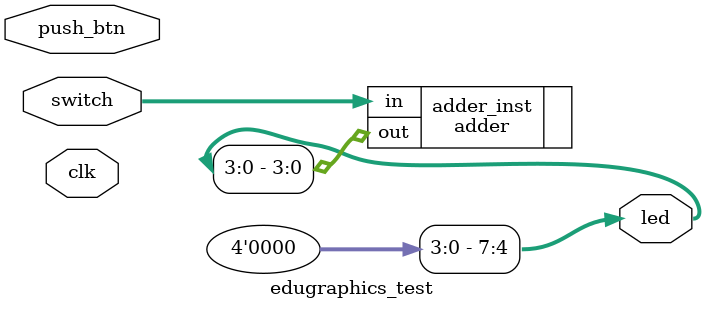
<source format=v>
`timescale 1ns / 1ps
module edugraphics_test(
    switch,
    led,
    push_btn,
    clk
    );

input [7:0] switch;
output [7:0] led;
input push_btn;
input clk;

adder adder_inst(
	.in(switch[7:0]),
	.out(led[3:0])
	);
	
assign led[7:4] = 4'b0;

endmodule

</source>
